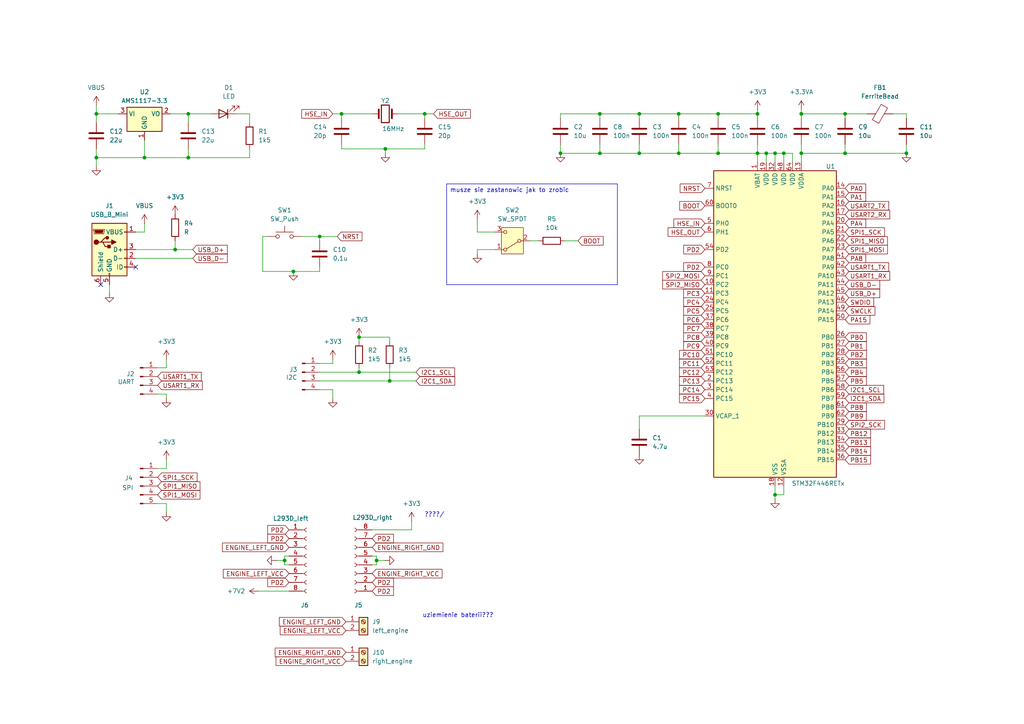
<source format=kicad_sch>
(kicad_sch (version 20231120) (generator "eeschema") (generator_version "8.0")
  (paper "A4")
  (lib_symbols
    (symbol "Connector:Conn_01x04_Pin" (pin_names (offset 1.016) hide)
      (property "Reference" "J" (at 0 5.08 0))
      (property "Value" "Conn_01x04_Pin" (at 0 -7.62 0))
      (symbol "Conn_01x04_Pin_1_1"
        (polyline (pts (xy 1.27 -5.08) (xy 0.8636 -5.08)) (stroke (width 0.1524)))
        (polyline (pts (xy 1.27 -2.54) (xy 0.8636 -2.54)) (stroke (width 0.1524)))
        (polyline (pts (xy 1.27 0) (xy 0.8636 0)) (stroke (width 0.1524)))
        (polyline (pts (xy 1.27 2.54) (xy 0.8636 2.54)) (stroke (width 0.1524)))
        (rectangle (start 0.8636 -4.953) (end 0 -5.207) (stroke (width 0.1524)) (fill (type outline)))
        (rectangle (start 0.8636 -2.413) (end 0 -2.667) (stroke (width 0.1524)) (fill (type outline)))
        (rectangle (start 0.8636 0.127) (end 0 -0.127) (stroke (width 0.1524)) (fill (type outline)))
        (rectangle (start 0.8636 2.667) (end 0 2.413) (stroke (width 0.1524)) (fill (type outline)))
        (pin passive line (at 5.08 2.54 180) (length 3.81) (name "Pin_1") (number "1"))
        (pin passive line (at 5.08 0 180) (length 3.81) (name "Pin_2") (number "2"))
        (pin passive line (at 5.08 -2.54 180) (length 3.81) (name "Pin_3") (number "3"))
        (pin passive line (at 5.08 -5.08 180) (length 3.81) (name "Pin_4") (number "4"))
      )
    )
    (symbol "Connector:Conn_01x05_Pin" (pin_names (offset 1.016) hide)
      (property "Reference" "J" (at 0 7.62 0))
      (property "Value" "Conn_01x05_Pin" (at 0 -7.62 0))
      (symbol "Conn_01x05_Pin_1_1"
        (polyline (pts (xy 1.27 -5.08) (xy 0.8636 -5.08)) (stroke (width 0.1524)))
        (polyline (pts (xy 1.27 -2.54) (xy 0.8636 -2.54)) (stroke (width 0.1524)))
        (polyline (pts (xy 1.27 0) (xy 0.8636 0)) (stroke (width 0.1524)))
        (polyline (pts (xy 1.27 2.54) (xy 0.8636 2.54)) (stroke (width 0.1524)))
        (polyline (pts (xy 1.27 5.08) (xy 0.8636 5.08)) (stroke (width 0.1524)))
        (rectangle (start 0.8636 -4.953) (end 0 -5.207) (stroke (width 0.1524)) (fill (type outline)))
        (rectangle (start 0.8636 -2.413) (end 0 -2.667) (stroke (width 0.1524)) (fill (type outline)))
        (rectangle (start 0.8636 0.127) (end 0 -0.127) (stroke (width 0.1524)) (fill (type outline)))
        (rectangle (start 0.8636 2.667) (end 0 2.413) (stroke (width 0.1524)) (fill (type outline)))
        (rectangle (start 0.8636 5.207) (end 0 4.953) (stroke (width 0.1524)) (fill (type outline)))
        (pin passive line (at 5.08 5.08 180) (length 3.81) (name "Pin_1") (number "1"))
        (pin passive line (at 5.08 2.54 180) (length 3.81) (name "Pin_2") (number "2"))
        (pin passive line (at 5.08 0 180) (length 3.81) (name "Pin_3") (number "3"))
        (pin passive line (at 5.08 -2.54 180) (length 3.81) (name "Pin_4") (number "4"))
        (pin passive line (at 5.08 -5.08 180) (length 3.81) (name "Pin_5") (number "5"))
      )
    )
    (symbol "Connector:Conn_01x08_Socket" (pin_names (offset 1.016) hide)
      (property "Reference" "J" (at 0 10.16 0))
      (property "Value" "Conn_01x08_Socket" (at 0 -12.7 0))
      (symbol "Conn_01x08_Socket_1_1"
        (arc (start 0 -9.652) (mid -0.5058 -10.16) (end 0 -10.668) (stroke (width 0.1524)))
        (arc (start 0 -7.112) (mid -0.5058 -7.62) (end 0 -8.128) (stroke (width 0.1524)))
        (arc (start 0 -4.572) (mid -0.5058 -5.08) (end 0 -5.588) (stroke (width 0.1524)))
        (arc (start 0 -2.032) (mid -0.5058 -2.54) (end 0 -3.048) (stroke (width 0.1524)))
        (polyline (pts (xy -1.27 -10.16) (xy -0.508 -10.16)) (stroke (width 0.1524)))
        (polyline (pts (xy -1.27 -7.62) (xy -0.508 -7.62)) (stroke (width 0.1524)))
        (polyline (pts (xy -1.27 -5.08) (xy -0.508 -5.08)) (stroke (width 0.1524)))
        (polyline (pts (xy -1.27 -2.54) (xy -0.508 -2.54)) (stroke (width 0.1524)))
        (polyline (pts (xy -1.27 0) (xy -0.508 0)) (stroke (width 0.1524)))
        (polyline (pts (xy -1.27 2.54) (xy -0.508 2.54)) (stroke (width 0.1524)))
        (polyline (pts (xy -1.27 5.08) (xy -0.508 5.08)) (stroke (width 0.1524)))
        (polyline (pts (xy -1.27 7.62) (xy -0.508 7.62)) (stroke (width 0.1524)))
        (arc (start 0 0.508) (mid -0.5058 0) (end 0 -0.508) (stroke (width 0.1524)))
        (arc (start 0 3.048) (mid -0.5058 2.54) (end 0 2.032) (stroke (width 0.1524)))
        (arc (start 0 5.588) (mid -0.5058 5.08) (end 0 4.572) (stroke (width 0.1524)))
        (arc (start 0 8.128) (mid -0.5058 7.62) (end 0 7.112) (stroke (width 0.1524)))
        (pin passive line (at -5.08 7.62 0) (length 3.81) (name "Pin_1") (number "1"))
        (pin passive line (at -5.08 5.08 0) (length 3.81) (name "Pin_2") (number "2"))
        (pin passive line (at -5.08 2.54 0) (length 3.81) (name "Pin_3") (number "3"))
        (pin passive line (at -5.08 0 0) (length 3.81) (name "Pin_4") (number "4"))
        (pin passive line (at -5.08 -2.54 0) (length 3.81) (name "Pin_5") (number "5"))
        (pin passive line (at -5.08 -5.08 0) (length 3.81) (name "Pin_6") (number "6"))
        (pin passive line (at -5.08 -7.62 0) (length 3.81) (name "Pin_7") (number "7"))
        (pin passive line (at -5.08 -10.16 0) (length 3.81) (name "Pin_8") (number "8"))
      )
    )
    (symbol "Connector:Screw_Terminal_01x02" (pin_names (offset 1.016) hide)
      (property "Reference" "J" (at 0 2.54 0))
      (property "Value" "Screw_Terminal_01x02" (at 0 -5.08 0))
      (symbol "Screw_Terminal_01x02_1_1"
        (rectangle (start -1.27 1.27) (end 1.27 -3.81) (stroke (width 0.254)) (fill (type background)))
        (circle (center 0 -2.54) (radius 0.635) (stroke (width 0.1524)))
        (polyline (pts (xy -0.5334 -2.2098) (xy 0.3302 -3.048)) (stroke (width 0.1524)))
        (polyline (pts (xy -0.5334 0.3302) (xy 0.3302 -0.508)) (stroke (width 0.1524)))
        (polyline (pts (xy -0.3556 -2.032) (xy 0.508 -2.8702)) (stroke (width 0.1524)))
        (polyline (pts (xy -0.3556 0.508) (xy 0.508 -0.3302)) (stroke (width 0.1524)))
        (circle (center 0 0) (radius 0.635) (stroke (width 0.1524)))
        (pin passive line (at -5.08 0 0) (length 3.81) (name "Pin_1") (number "1"))
        (pin passive line (at -5.08 -2.54 0) (length 3.81) (name "Pin_2") (number "2"))
      )
    )
    (symbol "Connector:USB_B_Mini" (pin_names (offset 1.016))
      (property "Reference" "J" (at -5.08 11.43 0))
      (property "Value" "USB_B_Mini" (at -5.08 8.89 0))
      (symbol "USB_B_Mini_0_1"
        (rectangle (start -5.08 -7.62) (end 5.08 7.62) (stroke (width 0.254)) (fill (type background)))
        (circle (center -3.81 2.159) (radius 0.635) (stroke (width 0.254)) (fill (type outline)))
        (circle (center -0.635 3.429) (radius 0.381) (stroke (width 0.254)) (fill (type outline)))
        (rectangle (start -0.127 -7.62) (end 0.127 -6.858))
        (polyline (pts (xy -1.905 2.159) (xy 0.635 2.159)) (stroke (width 0.254)))
        (polyline (pts (xy -3.175 2.159) (xy -2.54 2.159) (xy -1.27 3.429) (xy -0.635 3.429)) (stroke (width 0.254)))
        (polyline (pts (xy -2.54 2.159) (xy -1.905 2.159) (xy -1.27 0.889) (xy 0 0.889)) (stroke (width 0.254)))
        (polyline (pts (xy 0.635 2.794) (xy 0.635 1.524) (xy 1.905 2.159) (xy 0.635 2.794)) (stroke (width 0.254)) (fill (type outline)))
        (polyline (pts (xy -4.318 5.588) (xy -1.778 5.588) (xy -2.032 4.826) (xy -4.064 4.826) (xy -4.318 5.588)) (fill (type outline)))
        (polyline (pts (xy -4.699 5.842) (xy -4.699 5.588) (xy -4.445 4.826) (xy -4.445 4.572) (xy -1.651 4.572) (xy -1.651 4.826) (xy -1.397 5.588) (xy -1.397 5.842) (xy -4.699 5.842)))
        (rectangle (start 0.254 1.27) (end -0.508 0.508) (stroke (width 0.254)) (fill (type outline)))
        (rectangle (start 5.08 -5.207) (end 4.318 -4.953))
        (rectangle (start 5.08 -2.667) (end 4.318 -2.413))
        (rectangle (start 5.08 -0.127) (end 4.318 0.127))
        (rectangle (start 5.08 4.953) (end 4.318 5.207))
      )
      (symbol "USB_B_Mini_1_1"
        (pin power_out line (at 7.62 5.08 180) (length 2.54) (name "VBUS") (number "1"))
        (pin bidirectional line (at 7.62 -2.54 180) (length 2.54) (name "D-") (number "2"))
        (pin bidirectional line (at 7.62 0 180) (length 2.54) (name "D+") (number "3"))
        (pin passive line (at 7.62 -5.08 180) (length 2.54) (name "ID") (number "4"))
        (pin power_out line (at 0 -10.16 90) (length 2.54) (name "GND") (number "5"))
        (pin passive line (at -2.54 -10.16 90) (length 2.54) (name "Shield") (number "6"))
      )
    )
    (symbol "Device:C" (pin_numbers hide) (pin_names (offset 0.254))
      (property "Reference" "C" (at 0.635 2.54 0))
      (property "Value" "C" (at 0.635 -2.54 0))
      (symbol "C_0_1"
        (polyline (pts (xy -2.032 -0.762) (xy 2.032 -0.762)) (stroke (width 0.508)))
        (polyline (pts (xy -2.032 0.762) (xy 2.032 0.762)) (stroke (width 0.508)))
      )
      (symbol "C_1_1"
        (pin passive line (at 0 3.81 270) (length 2.794) (name "~") (number "1"))
        (pin passive line (at 0 -3.81 90) (length 2.794) (name "~") (number "2"))
      )
    )
    (symbol "Device:Crystal" (pin_numbers hide) (pin_names (offset 1.016) hide)
      (property "Reference" "Y" (at 0 3.81 0))
      (property "Value" "Crystal" (at 0 -3.81 0))
      (symbol "Crystal_0_1"
        (rectangle (start -1.143 2.54) (end 1.143 -2.54) (stroke (width 0.3048)))
        (polyline (pts (xy -2.54 0) (xy -1.905 0)))
        (polyline (pts (xy -1.905 -1.27) (xy -1.905 1.27)) (stroke (width 0.508)))
        (polyline (pts (xy 1.905 -1.27) (xy 1.905 1.27)) (stroke (width 0.508)))
        (polyline (pts (xy 2.54 0) (xy 1.905 0)))
      )
      (symbol "Crystal_1_1"
        (pin passive line (at -3.81 0 0) (length 1.27) (name "1") (number "1"))
        (pin passive line (at 3.81 0 180) (length 1.27) (name "2") (number "2"))
      )
    )
    (symbol "Device:FerriteBead" (pin_numbers hide) (pin_names (offset 0))
      (property "Reference" "FB" (at -3.81 0.635 90))
      (property "Value" "FerriteBead" (at 3.81 0 90))
      (symbol "FerriteBead_0_1"
        (polyline (pts (xy 0 -1.27) (xy 0 -1.2192)))
        (polyline (pts (xy 0 1.27) (xy 0 1.2954)))
        (polyline (pts (xy -2.7686 0.4064) (xy -1.7018 2.2606) (xy 2.7686 -0.3048) (xy 1.6764 -2.159) (xy -2.7686 0.4064)))
      )
      (symbol "FerriteBead_1_1"
        (pin passive line (at 0 3.81 270) (length 2.54) (name "~") (number "1"))
        (pin passive line (at 0 -3.81 90) (length 2.54) (name "~") (number "2"))
      )
    )
    (symbol "Device:LED" (pin_numbers hide) (pin_names (offset 1.016) hide)
      (property "Reference" "D" (at 0 2.54 0))
      (property "Value" "LED" (at 0 -2.54 0))
      (symbol "LED_0_1"
        (polyline (pts (xy -1.27 -1.27) (xy -1.27 1.27)) (stroke (width 0.254)))
        (polyline (pts (xy -1.27 0) (xy 1.27 0)))
        (polyline (pts (xy 1.27 -1.27) (xy 1.27 1.27) (xy -1.27 0) (xy 1.27 -1.27)) (stroke (width 0.254)))
        (polyline (pts (xy -3.048 -0.762) (xy -4.572 -2.286) (xy -3.81 -2.286) (xy -4.572 -2.286) (xy -4.572 -1.524)))
        (polyline (pts (xy -1.778 -0.762) (xy -3.302 -2.286) (xy -2.54 -2.286) (xy -3.302 -2.286) (xy -3.302 -1.524)))
      )
      (symbol "LED_1_1"
        (pin passive line (at -3.81 0 0) (length 2.54) (name "K") (number "1"))
        (pin passive line (at 3.81 0 180) (length 2.54) (name "A") (number "2"))
      )
    )
    (symbol "Device:R" (pin_numbers hide) (pin_names (offset 0))
      (property "Reference" "R" (at 2.032 0 90))
      (property "Value" "R" (at 0 0 90))
      (symbol "R_0_1"
        (rectangle (start -1.016 -2.54) (end 1.016 2.54) (stroke (width 0.254)))
      )
      (symbol "R_1_1"
        (pin passive line (at 0 3.81 270) (length 1.27) (name "~") (number "1"))
        (pin passive line (at 0 -3.81 90) (length 1.27) (name "~") (number "2"))
      )
    )
    (symbol "MCU_ST_STM32F4:STM32F446RETx"
      (property "Reference" "U" (at -17.78 46.99 0))
      (property "Value" "STM32F446RETx" (at 10.16 46.99 0))
      (symbol "STM32F446RETx_0_1"
        (rectangle (start -17.78 -43.18) (end 17.78 45.72) (stroke (width 0.254)) (fill (type background)))
      )
      (symbol "STM32F446RETx_1_1"
        (pin power_in line (at -5.08 48.26 270) (length 2.54) (name "VBAT") (number "1"))
        (pin bidirectional line (at -20.32 12.7 0) (length 2.54) (name "PC2") (number "10"))
        (pin bidirectional line (at -20.32 10.16 0) (length 2.54) (name "PC3") (number "11"))
        (pin power_in line (at 2.54 -45.72 90) (length 2.54) (name "VSSA") (number "12"))
        (pin power_in line (at 7.62 48.26 270) (length 2.54) (name "VDDA") (number "13"))
        (pin bidirectional line (at 20.32 40.64 180) (length 2.54) (name "PA0") (number "14"))
        (pin bidirectional line (at 20.32 38.1 180) (length 2.54) (name "PA1") (number "15"))
        (pin bidirectional line (at 20.32 35.56 180) (length 2.54) (name "PA2") (number "16"))
        (pin bidirectional line (at 20.32 33.02 180) (length 2.54) (name "PA3") (number "17"))
        (pin power_in line (at 0 -45.72 90) (length 2.54) (name "VSS") (number "18"))
        (pin power_in line (at -2.54 48.26 270) (length 2.54) (name "VDD") (number "19"))
        (pin bidirectional line (at -20.32 -15.24 0) (length 2.54) (name "PC13") (number "2"))
        (pin bidirectional line (at 20.32 30.48 180) (length 2.54) (name "PA4") (number "20"))
        (pin bidirectional line (at 20.32 27.94 180) (length 2.54) (name "PA5") (number "21"))
        (pin bidirectional line (at 20.32 25.4 180) (length 2.54) (name "PA6") (number "22"))
        (pin bidirectional line (at 20.32 22.86 180) (length 2.54) (name "PA7") (number "23"))
        (pin bidirectional line (at -20.32 7.62 0) (length 2.54) (name "PC4") (number "24"))
        (pin bidirectional line (at -20.32 5.08 0) (length 2.54) (name "PC5") (number "25"))
        (pin bidirectional line (at 20.32 -2.54 180) (length 2.54) (name "PB0") (number "26"))
        (pin bidirectional line (at 20.32 -5.08 180) (length 2.54) (name "PB1") (number "27"))
        (pin bidirectional line (at 20.32 -7.62 180) (length 2.54) (name "PB2") (number "28"))
        (pin bidirectional line (at 20.32 -27.94 180) (length 2.54) (name "PB10") (number "29"))
        (pin bidirectional line (at -20.32 -17.78 0) (length 2.54) (name "PC14") (number "3"))
        (pin power_out line (at -20.32 -25.4 0) (length 2.54) (name "VCAP_1") (number "30"))
        (pin passive line (at 0 -45.72 90) (length 2.54) hide (name "VSS") (number "31"))
        (pin power_in line (at 0 48.26 270) (length 2.54) (name "VDD") (number "32"))
        (pin bidirectional line (at 20.32 -30.48 180) (length 2.54) (name "PB12") (number "33"))
        (pin bidirectional line (at 20.32 -33.02 180) (length 2.54) (name "PB13") (number "34"))
        (pin bidirectional line (at 20.32 -35.56 180) (length 2.54) (name "PB14") (number "35"))
        (pin bidirectional line (at 20.32 -38.1 180) (length 2.54) (name "PB15") (number "36"))
        (pin bidirectional line (at -20.32 2.54 0) (length 2.54) (name "PC6") (number "37"))
        (pin bidirectional line (at -20.32 0 0) (length 2.54) (name "PC7") (number "38"))
        (pin bidirectional line (at -20.32 -2.54 0) (length 2.54) (name "PC8") (number "39"))
        (pin bidirectional line (at -20.32 -20.32 0) (length 2.54) (name "PC15") (number "4"))
        (pin bidirectional line (at -20.32 -5.08 0) (length 2.54) (name "PC9") (number "40"))
        (pin bidirectional line (at 20.32 20.32 180) (length 2.54) (name "PA8") (number "41"))
        (pin bidirectional line (at 20.32 17.78 180) (length 2.54) (name "PA9") (number "42"))
        (pin bidirectional line (at 20.32 15.24 180) (length 2.54) (name "PA10") (number "43"))
        (pin bidirectional line (at 20.32 12.7 180) (length 2.54) (name "PA11") (number "44"))
        (pin bidirectional line (at 20.32 10.16 180) (length 2.54) (name "PA12") (number "45"))
        (pin bidirectional line (at 20.32 7.62 180) (length 2.54) (name "PA13") (number "46"))
        (pin passive line (at 0 -45.72 90) (length 2.54) hide (name "VSS") (number "47"))
        (pin power_in line (at 2.54 48.26 270) (length 2.54) (name "VDD") (number "48"))
        (pin bidirectional line (at 20.32 5.08 180) (length 2.54) (name "PA14") (number "49"))
        (pin bidirectional line (at -20.32 30.48 0) (length 2.54) (name "PH0") (number "5"))
        (pin bidirectional line (at 20.32 2.54 180) (length 2.54) (name "PA15") (number "50"))
        (pin bidirectional line (at -20.32 -7.62 0) (length 2.54) (name "PC10") (number "51"))
        (pin bidirectional line (at -20.32 -10.16 0) (length 2.54) (name "PC11") (number "52"))
        (pin bidirectional line (at -20.32 -12.7 0) (length 2.54) (name "PC12") (number "53"))
        (pin bidirectional line (at -20.32 22.86 0) (length 2.54) (name "PD2") (number "54"))
        (pin bidirectional line (at 20.32 -10.16 180) (length 2.54) (name "PB3") (number "55"))
        (pin bidirectional line (at 20.32 -12.7 180) (length 2.54) (name "PB4") (number "56"))
        (pin bidirectional line (at 20.32 -15.24 180) (length 2.54) (name "PB5") (number "57"))
        (pin bidirectional line (at 20.32 -17.78 180) (length 2.54) (name "PB6") (number "58"))
        (pin bidirectional line (at 20.32 -20.32 180) (length 2.54) (name "PB7") (number "59"))
        (pin bidirectional line (at -20.32 27.94 0) (length 2.54) (name "PH1") (number "6"))
        (pin input line (at -20.32 35.56 0) (length 2.54) (name "BOOT0") (number "60"))
        (pin bidirectional line (at 20.32 -22.86 180) (length 2.54) (name "PB8") (number "61"))
        (pin bidirectional line (at 20.32 -25.4 180) (length 2.54) (name "PB9") (number "62"))
        (pin passive line (at 0 -45.72 90) (length 2.54) hide (name "VSS") (number "63"))
        (pin power_in line (at 5.08 48.26 270) (length 2.54) (name "VDD") (number "64"))
        (pin input line (at -20.32 40.64 0) (length 2.54) (name "NRST") (number "7"))
        (pin bidirectional line (at -20.32 17.78 0) (length 2.54) (name "PC0") (number "8"))
        (pin bidirectional line (at -20.32 15.24 0) (length 2.54) (name "PC1") (number "9"))
      )
    )
    (symbol "Regulator_Linear:AMS1117-3.3"
      (property "Reference" "U" (at -3.81 3.175 0))
      (property "Value" "AMS1117-3.3" (at 0 3.175 0))
      (symbol "AMS1117-3.3_0_1"
        (rectangle (start -5.08 -5.08) (end 5.08 1.905) (stroke (width 0.254)) (fill (type background)))
      )
      (symbol "AMS1117-3.3_1_1"
        (pin power_in line (at 0 -7.62 90) (length 2.54) (name "GND") (number "1"))
        (pin power_out line (at 7.62 0 180) (length 2.54) (name "VO") (number "2"))
        (pin power_in line (at -7.62 0 0) (length 2.54) (name "VI") (number "3"))
      )
    )
    (symbol "Switch:SW_Push" (pin_numbers hide) (pin_names (offset 1.016) hide)
      (property "Reference" "SW" (at 1.27 2.54 0))
      (property "Value" "SW_Push" (at 0 -1.524 0))
      (symbol "SW_Push_0_1"
        (circle (center -2.032 0) (radius 0.508))
        (polyline (pts (xy 0 1.27) (xy 0 3.048)))
        (polyline (pts (xy 2.54 1.27) (xy -2.54 1.27)))
        (circle (center 2.032 0) (radius 0.508))
        (pin passive line (at -5.08 0 0) (length 2.54) (name "1") (number "1"))
        (pin passive line (at 5.08 0 180) (length 2.54) (name "2") (number "2"))
      )
    )
    (symbol "Switch:SW_SPDT" (pin_names (offset 0) hide)
      (property "Reference" "SW" (at 0 5.08 0))
      (property "Value" "SW_SPDT" (at 0 -5.08 0))
      (symbol "SW_SPDT_0_1"
        (circle (center -2.032 0) (radius 0.4572))
        (polyline (pts (xy -1.651 0.254) (xy 1.651 2.286)))
        (circle (center 2.032 -2.54) (radius 0.4572))
        (circle (center 2.032 2.54) (radius 0.4572))
      )
      (symbol "SW_SPDT_1_1"
        (rectangle (start -3.175 3.81) (end 3.175 -3.81) (fill (type background)))
        (pin passive line (at 5.08 2.54 180) (length 2.54) (name "A") (number "1"))
        (pin passive line (at -5.08 0 0) (length 2.54) (name "B") (number "2"))
        (pin passive line (at 5.08 -2.54 180) (length 2.54) (name "C") (number "3"))
      )
    )
    (symbol "power:GND" (power) (pin_numbers hide) (pin_names (offset 0) hide)
      (property "Value" "GND" (at 0 -3.81 0))
      (symbol "GND_0_1"
        (polyline (pts (xy 0 0) (xy 0 -1.27) (xy 1.27 -1.27) (xy 0 -2.54) (xy -1.27 -1.27) (xy 0 -1.27)))
      )
      (symbol "GND_1_1"
        (pin power_in line (at 0 0 270) (length 0) (name "~") (number "1"))
      )
    )
    (symbol "power:VBUS" (power) (pin_numbers hide) (pin_names (offset 0) hide)
      (property "Value" "VBUS" (at 0 3.556 0))
      (symbol "VBUS_0_1"
        (polyline (pts (xy -0.762 1.27) (xy 0 2.54)))
        (polyline (pts (xy 0 0) (xy 0 2.54)))
        (polyline (pts (xy 0 2.54) (xy 0.762 1.27)))
      )
      (symbol "VBUS_1_1"
        (pin power_in line (at 0 0 90) (length 0) (name "~") (number "1"))
      )
    )
    (symbol "power:VDD" (power) (pin_numbers hide) (pin_names (offset 0) hide)
      (property "Value" "VDD" (at 0 3.556 0))
      (symbol "VDD_0_1"
        (polyline (pts (xy -0.762 1.27) (xy 0 2.54)))
        (polyline (pts (xy 0 0) (xy 0 2.54)))
        (polyline (pts (xy 0 2.54) (xy 0.762 1.27)))
      )
      (symbol "VDD_1_1"
        (pin power_in line (at 0 0 90) (length 0) (name "~") (number "1"))
      )
    )
  )
  (junction (at 54.61 33.02))
  (junction (at 262.89 44.45))
  (junction (at 27.94 33.02))
  (junction (at 224.79 44.45))
  (junction (at 196.85 33.02))
  (junction (at 41.91 45.72))
  (junction (at 92.71 68.58))
  (junction (at 99.06 33.02))
  (junction (at 208.28 33.02))
  (junction (at 185.42 44.45))
  (junction (at 104.14 97.79))
  (junction (at 82.55 162.56))
  (junction (at 232.41 44.45))
  (junction (at 111.76 43.18))
  (junction (at 104.14 107.95))
  (junction (at 208.28 44.45))
  (junction (at 173.99 33.02))
  (junction (at 54.61 45.72))
  (junction (at 27.94 45.72))
  (junction (at 50.8 72.39))
  (junction (at 185.42 33.02))
  (junction (at 245.11 33.02))
  (junction (at 85.09 78.74))
  (junction (at 173.99 44.45))
  (junction (at 224.79 143.51))
  (junction (at 162.56 44.45))
  (junction (at 245.11 44.45))
  (junction (at 109.22 162.56))
  (junction (at 123.19 33.02))
  (junction (at 232.41 33.02))
  (junction (at 227.33 44.45))
  (junction (at 222.25 44.45))
  (junction (at 219.71 44.45))
  (junction (at 196.85 44.45))
  (junction (at 113.03 110.49))
  (junction (at 219.71 33.02))
  (no_connect (at 39.37 77.47))
  (no_connect (at 29.21 82.55))
  (wire (pts (xy 109.22 162.56) (xy 109.22 163.83)))
  (wire (pts (xy 224.79 140.97) (xy 224.79 143.51)))
  (wire (pts (xy 107.95 153.67) (xy 119.38 153.67)))
  (wire (pts (xy 48.26 146.05) (xy 48.26 148.59)))
  (wire (pts (xy 232.41 33.02) (xy 232.41 34.29)))
  (wire (pts (xy 39.37 67.31) (xy 41.91 67.31)))
  (wire (pts (xy 111.76 43.18) (xy 111.76 44.45)))
  (wire (pts (xy 259.08 33.02) (xy 262.89 33.02)))
  (wire (pts (xy 185.42 120.65) (xy 185.42 124.46)))
  (wire (pts (xy 50.8 72.39) (xy 39.37 72.39)))
  (wire (pts (xy 113.03 110.49) (xy 120.65 110.49)))
  (wire (pts (xy 208.28 41.91) (xy 208.28 44.45)))
  (wire (pts (xy 27.94 45.72) (xy 27.94 48.26)))
  (wire (pts (xy 245.11 33.02) (xy 251.46 33.02)))
  (wire (pts (xy 232.41 33.02) (xy 245.11 33.02)))
  (wire (pts (xy 153.67 69.85) (xy 156.21 69.85)))
  (wire (pts (xy 262.89 33.02) (xy 262.89 34.29)))
  (wire (pts (xy 92.71 68.58) (xy 92.71 69.85)))
  (wire (pts (xy 85.09 78.74) (xy 76.2 78.74)))
  (wire (pts (xy 185.42 33.02) (xy 185.42 34.29)))
  (wire (pts (xy 80.01 162.56) (xy 82.55 162.56)))
  (wire (pts (xy 87.63 68.58) (xy 92.71 68.58)))
  (wire (pts (xy 27.94 45.72) (xy 27.94 43.18)))
  (wire (pts (xy 138.43 63.5) (xy 138.43 67.31)))
  (wire (pts (xy 115.57 33.02) (xy 123.19 33.02)))
  (wire (pts (xy 232.41 41.91) (xy 232.41 44.45)))
  (wire (pts (xy 48.26 114.3) (xy 48.26 115.57)))
  (wire (pts (xy 96.52 105.41) (xy 96.52 104.14)))
  (wire (pts (xy 208.28 33.02) (xy 208.28 34.29)))
  (wire (pts (xy 92.71 77.47) (xy 92.71 78.74)))
  (wire (pts (xy 173.99 33.02) (xy 185.42 33.02)))
  (wire (pts (xy 92.71 78.74) (xy 85.09 78.74)))
  (wire (pts (xy 104.14 106.68) (xy 104.14 107.95)))
  (wire (pts (xy 245.11 44.45) (xy 262.89 44.45)))
  (wire (pts (xy 208.28 33.02) (xy 219.71 33.02)))
  (wire (pts (xy 222.25 44.45) (xy 222.25 46.99)))
  (wire (pts (xy 72.39 33.02) (xy 72.39 35.56)))
  (wire (pts (xy 83.82 161.29) (xy 82.55 161.29)))
  (wire (pts (xy 229.87 44.45) (xy 229.87 46.99)))
  (wire (pts (xy 96.52 33.02) (xy 99.06 33.02)))
  (wire (pts (xy 104.14 107.95) (xy 120.65 107.95)))
  (wire (pts (xy 27.94 33.02) (xy 27.94 35.56)))
  (wire (pts (xy 162.56 33.02) (xy 162.56 34.29)))
  (wire (pts (xy 54.61 33.02) (xy 60.96 33.02)))
  (wire (pts (xy 113.03 106.68) (xy 113.03 110.49)))
  (wire (pts (xy 74.93 171.45) (xy 83.82 171.45)))
  (wire (pts (xy 245.11 44.45) (xy 245.11 41.91)))
  (wire (pts (xy 162.56 44.45) (xy 173.99 44.45)))
  (wire (pts (xy 92.71 113.03) (xy 96.52 113.03)))
  (wire (pts (xy 185.42 44.45) (xy 196.85 44.45)))
  (wire (pts (xy 219.71 44.45) (xy 222.25 44.45)))
  (wire (pts (xy 92.71 68.58) (xy 97.79 68.58)))
  (wire (pts (xy 245.11 34.29) (xy 245.11 33.02)))
  (wire (pts (xy 224.79 44.45) (xy 224.79 46.99)))
  (wire (pts (xy 45.72 135.89) (xy 48.26 135.89)))
  (wire (pts (xy 162.56 33.02) (xy 173.99 33.02)))
  (wire (pts (xy 219.71 31.75) (xy 219.71 33.02)))
  (wire (pts (xy 92.71 107.95) (xy 104.14 107.95)))
  (wire (pts (xy 138.43 73.66) (xy 138.43 72.39)))
  (wire (pts (xy 196.85 33.02) (xy 196.85 34.29)))
  (wire (pts (xy 227.33 143.51) (xy 224.79 143.51)))
  (wire (pts (xy 48.26 135.89) (xy 48.26 133.35)))
  (wire (pts (xy 123.19 43.18) (xy 111.76 43.18)))
  (wire (pts (xy 232.41 44.45) (xy 245.11 44.45)))
  (wire (pts (xy 82.55 163.83) (xy 83.82 163.83)))
  (wire (pts (xy 41.91 40.64) (xy 41.91 45.72)))
  (wire (pts (xy 96.52 113.03) (xy 96.52 115.57)))
  (wire (pts (xy 109.22 163.83) (xy 107.95 163.83)))
  (wire (pts (xy 123.19 41.91) (xy 123.19 43.18)))
  (wire (pts (xy 109.22 162.56) (xy 111.76 162.56)))
  (wire (pts (xy 113.03 97.79) (xy 113.03 99.06)))
  (wire (pts (xy 54.61 45.72) (xy 41.91 45.72)))
  (wire (pts (xy 31.75 82.55) (xy 31.75 85.09)))
  (wire (pts (xy 99.06 33.02) (xy 99.06 34.29)))
  (wire (pts (xy 45.72 146.05) (xy 48.26 146.05)))
  (wire (pts (xy 48.26 106.68) (xy 45.72 106.68)))
  (wire (pts (xy 224.79 44.45) (xy 227.33 44.45)))
  (wire (pts (xy 219.71 44.45) (xy 219.71 46.99)))
  (wire (pts (xy 99.06 43.18) (xy 99.06 41.91)))
  (wire (pts (xy 55.88 72.39) (xy 50.8 72.39)))
  (wire (pts (xy 76.2 78.74) (xy 76.2 68.58)))
  (wire (pts (xy 45.72 114.3) (xy 48.26 114.3)))
  (wire (pts (xy 68.58 33.02) (xy 72.39 33.02)))
  (wire (pts (xy 262.89 44.45) (xy 262.89 41.91)))
  (wire (pts (xy 138.43 67.31) (xy 143.51 67.31)))
  (wire (pts (xy 107.95 161.29) (xy 109.22 161.29)))
  (wire (pts (xy 104.14 97.79) (xy 113.03 97.79)))
  (wire (pts (xy 138.43 72.39) (xy 143.51 72.39)))
  (wire (pts (xy 72.39 43.18) (xy 72.39 45.72)))
  (wire (pts (xy 50.8 69.85) (xy 50.8 72.39)))
  (wire (pts (xy 99.06 43.18) (xy 111.76 43.18)))
  (wire (pts (xy 232.41 44.45) (xy 232.41 46.99)))
  (wire (pts (xy 204.47 120.65) (xy 185.42 120.65)))
  (wire (pts (xy 99.06 33.02) (xy 107.95 33.02)))
  (wire (pts (xy 49.53 33.02) (xy 54.61 33.02)))
  (wire (pts (xy 224.79 143.51) (xy 224.79 144.78)))
  (wire (pts (xy 54.61 33.02) (xy 54.61 35.56)))
  (wire (pts (xy 48.26 104.14) (xy 48.26 106.68)))
  (wire (pts (xy 41.91 67.31) (xy 41.91 64.77)))
  (wire (pts (xy 219.71 33.02) (xy 219.71 34.29)))
  (wire (pts (xy 185.42 41.91) (xy 185.42 44.45)))
  (wire (pts (xy 104.14 97.79) (xy 104.14 99.06)))
  (wire (pts (xy 227.33 44.45) (xy 229.87 44.45)))
  (wire (pts (xy 54.61 45.72) (xy 54.61 43.18)))
  (wire (pts (xy 162.56 41.91) (xy 162.56 44.45)))
  (wire (pts (xy 196.85 44.45) (xy 208.28 44.45)))
  (wire (pts (xy 227.33 44.45) (xy 227.33 46.99)))
  (wire (pts (xy 27.94 30.48) (xy 27.94 33.02)))
  (wire (pts (xy 222.25 44.45) (xy 224.79 44.45)))
  (wire (pts (xy 196.85 33.02) (xy 208.28 33.02)))
  (wire (pts (xy 173.99 41.91) (xy 173.99 44.45)))
  (wire (pts (xy 27.94 33.02) (xy 34.29 33.02)))
  (wire (pts (xy 232.41 31.75) (xy 232.41 33.02)))
  (wire (pts (xy 185.42 33.02) (xy 196.85 33.02)))
  (wire (pts (xy 173.99 33.02) (xy 173.99 34.29)))
  (wire (pts (xy 227.33 140.97) (xy 227.33 143.51)))
  (wire (pts (xy 123.19 33.02) (xy 123.19 34.29)))
  (wire (pts (xy 109.22 161.29) (xy 109.22 162.56)))
  (wire (pts (xy 208.28 44.45) (xy 219.71 44.45)))
  (wire (pts (xy 125.73 33.02) (xy 123.19 33.02)))
  (wire (pts (xy 163.83 69.85) (xy 167.64 69.85)))
  (wire (pts (xy 219.71 41.91) (xy 219.71 44.45)))
  (wire (pts (xy 39.37 74.93) (xy 55.88 74.93)))
  (wire (pts (xy 173.99 44.45) (xy 185.42 44.45)))
  (wire (pts (xy 196.85 41.91) (xy 196.85 44.45)))
  (wire (pts (xy 119.38 151.13) (xy 119.38 153.67)))
  (wire (pts (xy 82.55 162.56) (xy 82.55 163.83)))
  (wire (pts (xy 82.55 161.29) (xy 82.55 162.56)))
  (wire (pts (xy 76.2 68.58) (xy 77.47 68.58)))
  (wire (pts (xy 72.39 45.72) (xy 54.61 45.72)))
  (wire (pts (xy 92.71 105.41) (xy 96.52 105.41)))
  (wire (pts (xy 41.91 45.72) (xy 27.94 45.72)))
  (wire (pts (xy 92.71 110.49) (xy 113.03 110.49)))
  (text_box "musze sie zastanowic jak to zrobic" (at 129.54 53.34 0) (size 49.53 29.21) (effects (font (size 1.27 1.27)) (justify left top)))
  (text "uziemienie baterii???" (at 132.842 178.562 0) (effects (font (size 1.27 1.27))))
  (text "????/ " (at 126.492 149.352 0) (effects (font (size 1.27 1.27))))
  (global_label "PD2" (shape input) (at 107.95 171.45 0) (property "Intersheetrefs" "${INTERSHEET_REFS}" (effects (hide yes))))
  (global_label "PB3" (shape input) (at 245.11 105.41 0) (property "Intersheetrefs" "${INTERSHEET_REFS}" (effects (hide yes))))
  (global_label "PB15" (shape input) (at 245.11 133.35 0) (property "Intersheetrefs" "${INTERSHEET_REFS}" (effects (hide yes))))
  (global_label "USART1_TX" (shape input) (at 245.11 77.47 0) (property "Intersheetrefs" "${INTERSHEET_REFS}" (effects (hide yes))))
  (global_label "PD2" (shape input) (at 204.47 77.47 180) (property "Intersheetrefs" "${INTERSHEET_REFS}" (effects (hide yes))))
  (global_label "PD2" (shape input) (at 83.82 168.91 180) (property "Intersheetrefs" "${INTERSHEET_REFS}" (effects (hide yes))))
  (global_label "BOOT" (shape input) (at 204.47 59.69 180) (property "Intersheetrefs" "${INTERSHEET_REFS}" (effects (hide yes))))
  (global_label "NRST" (shape input) (at 97.79 68.58 0) (property "Intersheetrefs" "${INTERSHEET_REFS}" (effects (hide yes))))
  (global_label "ENGINE_RIGHT_GND" (shape input) (at 100.33 189.23 180) (property "Intersheetrefs" "${INTERSHEET_REFS}" (effects (hide yes))))
  (global_label "PC11" (shape input) (at 204.47 105.41 180) (property "Intersheetrefs" "${INTERSHEET_REFS}" (effects (hide yes))))
  (global_label "PC4" (shape input) (at 204.47 87.63 180) (property "Intersheetrefs" "${INTERSHEET_REFS}" (effects (hide yes))))
  (global_label "PD2" (shape input) (at 204.47 72.39 180) (property "Intersheetrefs" "${INTERSHEET_REFS}" (effects (hide yes))))
  (global_label "BOOT" (shape input) (at 167.64 69.85 0) (property "Intersheetrefs" "${INTERSHEET_REFS}" (effects (hide yes))))
  (global_label "PC12" (shape input) (at 204.47 107.95 180) (property "Intersheetrefs" "${INTERSHEET_REFS}" (effects (hide yes))))
  (global_label "PA1" (shape input) (at 245.11 57.15 0) (property "Intersheetrefs" "${INTERSHEET_REFS}" (effects (hide yes))))
  (global_label "SWCLK" (shape input) (at 245.11 90.17 0) (property "Intersheetrefs" "${INTERSHEET_REFS}" (effects (hide yes))))
  (global_label "PC8" (shape input) (at 204.47 97.79 180) (property "Intersheetrefs" "${INTERSHEET_REFS}" (effects (hide yes))))
  (global_label "PD2" (shape input) (at 83.82 156.21 180) (property "Intersheetrefs" "${INTERSHEET_REFS}" (effects (hide yes))))
  (global_label "USART2_TX" (shape input) (at 245.11 59.69 0) (property "Intersheetrefs" "${INTERSHEET_REFS}" (effects (hide yes))))
  (global_label "SPI1_MOSI" (shape input) (at 245.11 72.39 0) (property "Intersheetrefs" "${INTERSHEET_REFS}" (effects (hide yes))))
  (global_label "SWDIO" (shape input) (at 245.11 87.63 0) (property "Intersheetrefs" "${INTERSHEET_REFS}" (effects (hide yes))))
  (global_label "PA8" (shape input) (at 245.11 74.93 0) (property "Intersheetrefs" "${INTERSHEET_REFS}" (effects (hide yes))))
  (global_label "SPI1_SCK" (shape input) (at 45.72 138.43 0) (property "Intersheetrefs" "${INTERSHEET_REFS}" (effects (hide yes))))
  (global_label "PC7" (shape input) (at 204.47 95.25 180) (property "Intersheetrefs" "${INTERSHEET_REFS}" (effects (hide yes))))
  (global_label "USB_D+" (shape input) (at 245.11 85.09 0) (property "Intersheetrefs" "${INTERSHEET_REFS}" (effects (hide yes))))
  (global_label "NRST" (shape input) (at 204.47 54.61 180) (property "Intersheetrefs" "${INTERSHEET_REFS}" (effects (hide yes))))
  (global_label "PD2" (shape input) (at 107.95 156.21 0) (property "Intersheetrefs" "${INTERSHEET_REFS}" (effects (hide yes))))
  (global_label "HSE_IN" (shape input) (at 204.47 64.77 180) (property "Intersheetrefs" "${INTERSHEET_REFS}" (effects (hide yes))))
  (global_label "USART1_RX" (shape input) (at 45.72 111.76 0) (property "Intersheetrefs" "${INTERSHEET_REFS}" (effects (hide yes))))
  (global_label "USB_D+" (shape input) (at 55.88 72.39 0) (property "Intersheetrefs" "${INTERSHEET_REFS}" (effects (hide yes))))
  (global_label "SPI1_MISO" (shape input) (at 45.72 140.97 0) (property "Intersheetrefs" "${INTERSHEET_REFS}" (effects (hide yes))))
  (global_label "PB13" (shape input) (at 245.11 128.27 0) (property "Intersheetrefs" "${INTERSHEET_REFS}" (effects (hide yes))))
  (global_label "USART1_TX" (shape input) (at 45.72 109.22 0) (property "Intersheetrefs" "${INTERSHEET_REFS}" (effects (hide yes))))
  (global_label "SPI1_MOSI" (shape input) (at 45.72 143.51 0) (property "Intersheetrefs" "${INTERSHEET_REFS}" (effects (hide yes))))
  (global_label "USART1_RX" (shape input) (at 245.11 80.01 0) (property "Intersheetrefs" "${INTERSHEET_REFS}" (effects (hide yes))))
  (global_label "PC9" (shape input) (at 204.47 100.33 180) (property "Intersheetrefs" "${INTERSHEET_REFS}" (effects (hide yes))))
  (global_label "HSE_OUT" (shape input) (at 204.47 67.31 180) (property "Intersheetrefs" "${INTERSHEET_REFS}" (effects (hide yes))))
  (global_label "ENGINE_LEFT_VCC" (shape input) (at 83.82 166.37 180) (property "Intersheetrefs" "${INTERSHEET_REFS}" (effects (hide yes))))
  (global_label "PB14" (shape input) (at 245.11 130.81 0) (property "Intersheetrefs" "${INTERSHEET_REFS}" (effects (hide yes))))
  (global_label "PC5" (shape input) (at 204.47 90.17 180) (property "Intersheetrefs" "${INTERSHEET_REFS}" (effects (hide yes))))
  (global_label "PB1" (shape input) (at 245.11 100.33 0) (property "Intersheetrefs" "${INTERSHEET_REFS}" (effects (hide yes))))
  (global_label "PC14" (shape input) (at 204.47 113.03 180) (property "Intersheetrefs" "${INTERSHEET_REFS}" (effects (hide yes))))
  (global_label "ENGINE_RIGHT_VCC" (shape input) (at 100.33 191.77 180) (property "Intersheetrefs" "${INTERSHEET_REFS}" (effects (hide yes))))
  (global_label "PB8" (shape input) (at 245.11 118.11 0) (property "Intersheetrefs" "${INTERSHEET_REFS}" (effects (hide yes))))
  (global_label "PC13" (shape input) (at 204.47 110.49 180) (property "Intersheetrefs" "${INTERSHEET_REFS}" (effects (hide yes))))
  (global_label "SPI2_MISO" (shape input) (at 204.47 82.55 180) (property "Intersheetrefs" "${INTERSHEET_REFS}" (effects (hide yes))))
  (global_label "USB_D-" (shape input) (at 55.88 74.93 0) (property "Intersheetrefs" "${INTERSHEET_REFS}" (effects (hide yes))))
  (global_label "SPI1_SCK" (shape input) (at 245.11 67.31 0) (property "Intersheetrefs" "${INTERSHEET_REFS}" (effects (hide yes))))
  (global_label "ENGINE_RIGHT_VCC" (shape input) (at 107.95 166.37 0) (property "Intersheetrefs" "${INTERSHEET_REFS}" (effects (hide yes))))
  (global_label "PC10" (shape input) (at 204.47 102.87 180) (property "Intersheetrefs" "${INTERSHEET_REFS}" (effects (hide yes))))
  (global_label "I2C1_SDA" (shape input) (at 245.11 115.57 0) (property "Intersheetrefs" "${INTERSHEET_REFS}" (effects (hide yes))))
  (global_label "SPI2_SCK" (shape input) (at 245.11 123.19 0) (property "Intersheetrefs" "${INTERSHEET_REFS}" (effects (hide yes))))
  (global_label "USB_D-" (shape input) (at 245.11 82.55 0) (property "Intersheetrefs" "${INTERSHEET_REFS}" (effects (hide yes))))
  (global_label "PB2" (shape input) (at 245.11 102.87 0) (property "Intersheetrefs" "${INTERSHEET_REFS}" (effects (hide yes))))
  (global_label "PC15" (shape input) (at 204.47 115.57 180) (property "Intersheetrefs" "${INTERSHEET_REFS}" (effects (hide yes))))
  (global_label "SPI2_MOSI" (shape input) (at 204.47 80.01 180) (property "Intersheetrefs" "${INTERSHEET_REFS}" (effects (hide yes))))
  (global_label "I2C1_SCL" (shape input) (at 245.11 113.03 0) (property "Intersheetrefs" "${INTERSHEET_REFS}" (effects (hide yes))))
  (global_label "PA0" (shape input) (at 245.11 54.61 0) (property "Intersheetrefs" "${INTERSHEET_REFS}" (effects (hide yes))))
  (global_label "I2C1_SCL" (shape input) (at 120.65 107.95 0) (property "Intersheetrefs" "${INTERSHEET_REFS}" (effects (hide yes))))
  (global_label "PB0" (shape input) (at 245.11 97.79 0) (property "Intersheetrefs" "${INTERSHEET_REFS}" (effects (hide yes))))
  (global_label "ENGINE_LEFT_GND" (shape input) (at 100.33 180.34 180) (property "Intersheetrefs" "${INTERSHEET_REFS}" (effects (hide yes))))
  (global_label "PB5" (shape input) (at 245.11 110.49 0) (property "Intersheetrefs" "${INTERSHEET_REFS}" (effects (hide yes))))
  (global_label "PB12" (shape input) (at 245.11 125.73 0) (property "Intersheetrefs" "${INTERSHEET_REFS}" (effects (hide yes))))
  (global_label "PA4" (shape input) (at 245.11 64.77 0) (property "Intersheetrefs" "${INTERSHEET_REFS}" (effects (hide yes))))
  (global_label "PC6" (shape input) (at 204.47 92.71 180) (property "Intersheetrefs" "${INTERSHEET_REFS}" (effects (hide yes))))
  (global_label "PA15" (shape input) (at 245.11 92.71 0) (property "Intersheetrefs" "${INTERSHEET_REFS}" (effects (hide yes))))
  (global_label "I2C1_SDA" (shape input) (at 120.65 110.49 0) (property "Intersheetrefs" "${INTERSHEET_REFS}" (effects (hide yes))))
  (global_label "HSE_IN" (shape input) (at 96.52 33.02 180) (property "Intersheetrefs" "${INTERSHEET_REFS}" (effects (hide yes))))
  (global_label "ENGINE_LEFT_VCC" (shape input) (at 100.33 182.88 180) (property "Intersheetrefs" "${INTERSHEET_REFS}" (effects (hide yes))))
  (global_label "USART2_RX" (shape input) (at 245.11 62.23 0) (property "Intersheetrefs" "${INTERSHEET_REFS}" (effects (hide yes))))
  (global_label "HSE_OUT" (shape input) (at 125.73 33.02 0) (property "Intersheetrefs" "${INTERSHEET_REFS}" (effects (hide yes))))
  (global_label "PD2" (shape input) (at 107.95 168.91 0) (property "Intersheetrefs" "${INTERSHEET_REFS}" (effects (hide yes))))
  (global_label "PD2" (shape input) (at 83.82 153.67 180) (property "Intersheetrefs" "${INTERSHEET_REFS}" (effects (hide yes))))
  (global_label "PB4" (shape input) (at 245.11 107.95 0) (property "Intersheetrefs" "${INTERSHEET_REFS}" (effects (hide yes))))
  (global_label "ENGINE_RIGHT_GND" (shape input) (at 107.95 158.75 0) (property "Intersheetrefs" "${INTERSHEET_REFS}" (effects (hide yes))))
  (global_label "PB9" (shape input) (at 245.11 120.65 0) (property "Intersheetrefs" "${INTERSHEET_REFS}" (effects (hide yes))))
  (global_label "SPI1_MISO" (shape input) (at 245.11 69.85 0) (property "Intersheetrefs" "${INTERSHEET_REFS}" (effects (hide yes))))
  (global_label "PC3" (shape input) (at 204.47 85.09 180) (property "Intersheetrefs" "${INTERSHEET_REFS}" (effects (hide yes))))
  (global_label "ENGINE_LEFT_GND" (shape input) (at 83.82 158.75 180) (property "Intersheetrefs" "${INTERSHEET_REFS}" (effects (hide yes))))
  (symbol (lib_id "Switch:SW_SPDT") (at 148.59 69.85 180) (unit 1)
    (property "Reference" "SW2" (at 148.59 60.96 0))
    (property "Value" "SW_SPDT" (at 148.59 63.5 0))
    (property "Description" "Switch, single pole double throw" (effects (hide yes)))
  )
  (symbol (lib_id "Device:C") (at 54.61 39.37 0) (unit 1)
    (property "Reference" "C13" (at 58.42 38.0999 0) (effects (justify left)))
    (property "Value" "22u" (at 58.42 40.6399 0) (effects (justify left)))
    (property "Description" "Unpolarized capacitor" (effects (hide yes)))
  )
  (symbol (lib_id "Device:R") (at 160.02 69.85 90) (unit 1)
    (property "Reference" "R5" (at 160.02 63.5 90))
    (property "Value" "10k" (at 160.02 66.04 90))
    (property "Description" "Resistor" (effects (hide yes)))
  )
  (symbol (lib_id "Device:C") (at 92.71 73.66 0) (unit 1)
    (property "Reference" "C10" (at 96.52 72.3899 0) (effects (justify left)))
    (property "Value" "0.1u" (at 96.52 74.9299 0) (effects (justify left)))
    (property "Description" "Unpolarized capacitor" (effects (hide yes)))
  )
  (symbol (lib_id "power:VDD") (at 104.14 97.79 0) (unit 1)
    (property "Reference" "#PWR018" (effects (hide yes)))
    (property "Value" "+3V3" (at 104.14 92.71 0))
    (property "Description" "Power symbol creates a global label with name \"VDD\"" (effects (hide yes)))
  )
  (symbol (lib_id "power:VDD") (at 119.38 151.13 0) (unit 1)
    (property "Reference" "#PWR024" (effects (hide yes)))
    (property "Value" "+3V3" (at 119.38 146.05 0))
    (property "Description" "Power symbol creates a global label with name \"VDD\"" (effects (hide yes)))
  )
  (symbol (lib_id "Device:C") (at 185.42 128.27 0) (unit 1)
    (property "Reference" "C1" (at 189.23 126.9999 0) (effects (justify left)))
    (property "Value" "4.7u" (at 189.23 129.5399 0) (effects (justify left)))
    (property "Description" "Unpolarized capacitor" (effects (hide yes)))
  )
  (symbol (lib_id "power:VDD") (at 50.8 62.23 0) (unit 1)
    (property "Reference" "#PWR026" (effects (hide yes)))
    (property "Value" "+3V3" (at 50.8 57.15 0))
    (property "Description" "Power symbol creates a global label with name \"VDD\"" (effects (hide yes)))
  )
  (symbol (lib_id "Device:C") (at 162.56 38.1 0) (unit 1)
    (property "Reference" "C2" (at 166.37 36.8299 0) (effects (justify left)))
    (property "Value" "10u" (at 166.37 39.3699 0) (effects (justify left)))
    (property "Description" "Unpolarized capacitor" (effects (hide yes)))
  )
  (symbol (lib_id "Device:R") (at 113.03 102.87 0) (unit 1)
    (property "Reference" "R3" (at 115.57 101.5999 0) (effects (justify left)))
    (property "Value" "1k5" (at 115.57 104.1399 0) (effects (justify left)))
    (property "Description" "Resistor" (effects (hide yes)))
  )
  (symbol (lib_id "power:VDD") (at 74.93 171.45 90) (unit 1)
    (property "Reference" "#PWR025" (effects (hide yes)))
    (property "Value" "+7V2" (at 71.12 171.4499 90) (effects (justify left)))
    (property "Description" "Power symbol creates a global label with name \"VDD\"" (effects (hide yes)))
  )
  (symbol (lib_id "Device:C") (at 27.94 39.37 0) (unit 1)
    (property "Reference" "C12" (at 31.75 38.0999 0) (effects (justify left)))
    (property "Value" "22u" (at 31.75 40.6399 0) (effects (justify left)))
    (property "Description" "Unpolarized capacitor" (effects (hide yes)))
  )
  (symbol (lib_id "power:GND") (at 27.94 48.26 0) (unit 1)
    (property "Reference" "#PWR09" (effects (hide yes)))
    (property "Value" "GND" (effects (hide yes)))
    (property "Description" "Power symbol creates a global label with name \"GND\" , ground" (effects (hide yes)))
  )
  (symbol (lib_id "Device:C") (at 99.06 38.1 0) (unit 1)
    (property "Reference" "C14" (at 90.932 36.83 0) (effects (justify left)))
    (property "Value" "20p" (at 90.932 39.37 0) (effects (justify left)))
    (property "Description" "Unpolarized capacitor" (effects (hide yes)))
  )
  (symbol (lib_id "Device:C") (at 262.89 38.1 0) (unit 1)
    (property "Reference" "C11" (at 266.7 36.8299 0) (effects (justify left)))
    (property "Value" "10u" (at 266.7 39.3699 0) (effects (justify left)))
    (property "Description" "Unpolarized capacitor" (effects (hide yes)))
  )
  (symbol (lib_id "Regulator_Linear:AMS1117-3.3") (at 41.91 33.02 0) (unit 1)
    (property "Reference" "U2" (at 41.91 26.67 0))
    (property "Value" "AMS1117-3.3" (at 41.91 29.21 0))
    (property "Footprint" "Package_TO_SOT_SMD:SOT-223-3_TabPin2" (effects (hide yes)))
    (property "Datasheet" "http://www.advanced-monolithic.com/pdf/ds1117.pdf" (effects (hide yes)))
    (property "Description" "1A Low Dropout regulator, positive, 3.3V fixed output, SOT-223" (effects (hide yes)))
  )
  (symbol (lib_id "Switch:SW_Push") (at 82.55 68.58 0) (unit 1)
    (property "Reference" "SW1" (at 82.55 60.96 0))
    (property "Value" "SW_Push" (at 82.55 63.5 0))
    (property "Description" "Push button switch, generic, two pins" (effects (hide yes)))
  )
  (symbol (lib_id "Device:R") (at 50.8 66.04 0) (unit 1)
    (property "Reference" "R4" (at 53.34 64.7699 0) (effects (justify left)))
    (property "Value" "R" (at 53.34 67.3099 0) (effects (justify left)))
    (property "Description" "Resistor" (effects (hide yes)))
  )
  (symbol (lib_id "Device:R") (at 72.39 39.37 0) (unit 1)
    (property "Reference" "R1" (at 74.93 38.0999 0) (effects (justify left)))
    (property "Value" "1k5" (at 74.93 40.6399 0) (effects (justify left)))
    (property "Description" "Resistor" (effects (hide yes)))
  )
  (symbol (lib_id "power:GND") (at 262.89 44.45 0) (unit 1)
    (property "Reference" "#PWR07" (effects (hide yes)))
    (property "Value" "GND" (effects (hide yes)))
    (property "Description" "Power symbol creates a global label with name \"GND\" , ground" (effects (hide yes)))
  )
  (symbol (lib_id "Connector:Conn_01x08_Socket") (at 102.87 163.83 180) (unit 1)
    (property "Reference" "J5" (at 105.156 175.514 0) (effects (justify left)))
    (property "Value" "L293D_right" (at 113.792 150.114 0) (effects (justify left)))
    (property "Description" "Generic connector, single row, 01x08, script generated" (effects (hide yes)))
  )
  (symbol (lib_id "Device:C") (at 173.99 38.1 0) (unit 1)
    (property "Reference" "C8" (at 177.8 36.8299 0) (effects (justify left)))
    (property "Value" "100n" (at 177.8 39.3699 0) (effects (justify left)))
    (property "Description" "Unpolarized capacitor" (effects (hide yes)))
  )
  (symbol (lib_id "Device:C") (at 219.71 38.1 0) (unit 1)
    (property "Reference" "C6" (at 223.52 36.8299 0) (effects (justify left)))
    (property "Value" "100n" (at 223.52 39.3699 0) (effects (justify left)))
    (property "Description" "Unpolarized capacitor" (effects (hide yes)))
  )
  (symbol (lib_id "Device:C") (at 185.42 38.1 0) (unit 1)
    (property "Reference" "C3" (at 189.23 36.8299 0) (effects (justify left)))
    (property "Value" "100n" (at 189.23 39.3699 0) (effects (justify left)))
    (property "Description" "Unpolarized capacitor" (effects (hide yes)))
  )
  (symbol (lib_id "power:VDD") (at 232.41 31.75 0) (unit 1)
    (property "Reference" "#PWR05" (effects (hide yes)))
    (property "Value" "+3.3VA" (at 232.41 26.67 0))
    (property "Description" "Power symbol creates a global label with name \"VDD\"" (effects (hide yes)))
  )
  (symbol (lib_id "Connector:USB_B_Mini") (at 31.75 72.39 0) (unit 1)
    (property "Reference" "J1" (at 31.75 59.69 0))
    (property "Value" "USB_B_Mini" (at 31.75 62.23 0))
    (property "Description" "USB Mini Type B connector" (effects (hide yes)))
  )
  (symbol (lib_id "power:VDD") (at 219.71 31.75 0) (unit 1)
    (property "Reference" "#PWR03" (effects (hide yes)))
    (property "Value" "+3V3" (at 219.71 26.67 0))
    (property "Description" "Power symbol creates a global label with name \"VDD\"" (effects (hide yes)))
  )
  (symbol (lib_id "Device:Crystal") (at 111.76 33.02 0) (unit 1)
    (property "Reference" "Y2" (at 111.76 29.21 0))
    (property "Value" "16MHz" (at 114.046 37.338 0))
    (property "Description" "Two pin crystal" (effects (hide yes)))
  )
  (symbol (lib_id "Device:C") (at 232.41 38.1 0) (unit 1)
    (property "Reference" "C7" (at 236.22 36.8299 0) (effects (justify left)))
    (property "Value" "100n" (at 236.22 39.3699 0) (effects (justify left)))
    (property "Description" "Unpolarized capacitor" (effects (hide yes)))
  )
  (symbol (lib_id "power:VBUS") (at 41.91 64.77 0) (unit 1)
    (property "Reference" "#PWR011" (effects (hide yes)))
    (property "Value" "VBUS" (at 41.91 59.69 0))
    (property "Description" "Power symbol creates a global label with name \"VBUS\"" (effects (hide yes)))
  )
  (symbol (lib_id "Connector:Conn_01x04_Pin") (at 40.64 109.22 0) (unit 1)
    (property "Reference" "J2" (at 37.846 108.458 0))
    (property "Value" "UART" (at 36.576 110.744 0))
    (property "Description" "Generic connector, single row, 01x04, script generated" (effects (hide yes)))
  )
  (symbol (lib_id "Device:FerriteBead") (at 255.27 33.02 90) (unit 1)
    (property "Reference" "FB1" (at 255.2192 25.4 90))
    (property "Value" "FerriteBead" (at 255.2192 27.94 90))
    (property "Description" "Ferrite bead" (effects (hide yes)))
  )
  (symbol (lib_id "power:GND") (at 111.76 162.56 90) (unit 1)
    (property "Reference" "#PWR022" (effects (hide yes)))
    (property "Value" "GND" (effects (hide yes)))
    (property "Description" "Power symbol creates a global label with name \"GND\" , ground" (effects (hide yes)))
  )
  (symbol (lib_id "power:VBUS") (at 27.94 30.48 0) (unit 1)
    (property "Reference" "#PWR08" (effects (hide yes)))
    (property "Value" "VBUS" (at 27.94 25.4 0))
    (property "Description" "Power symbol creates a global label with name \"VBUS\"" (effects (hide yes)))
  )
  (symbol (lib_id "power:GND") (at 96.52 115.57 0) (unit 1)
    (property "Reference" "#PWR019" (effects (hide yes)))
    (property "Value" "GND" (effects (hide yes)))
    (property "Description" "Power symbol creates a global label with name \"GND\" , ground" (effects (hide yes)))
  )
  (symbol (lib_id "Device:C") (at 123.19 38.1 0) (unit 1)
    (property "Reference" "C15" (at 127 36.8299 0) (effects (justify left)))
    (property "Value" "20p" (at 127 39.3699 0) (effects (justify left)))
    (property "Description" "Unpolarized capacitor" (effects (hide yes)))
  )
  (symbol (lib_id "Connector:Screw_Terminal_01x02") (at 105.41 180.34 0) (unit 1)
    (property "Reference" "J9" (at 107.95 180.3399 0) (effects (justify left)))
    (property "Value" "left_engine" (at 107.95 182.8799 0) (effects (justify left)))
    (property "Description" "Generic screw terminal, single row, 01x02, script generated (kicad-library-utils/schlib/autogen/connector/)" (effects (hide yes)))
  )
  (symbol (lib_id "power:GND") (at 31.75 85.09 0) (unit 1)
    (property "Reference" "#PWR010" (effects (hide yes)))
    (property "Value" "GND" (effects (hide yes)))
    (property "Description" "Power symbol creates a global label with name \"GND\" , ground" (effects (hide yes)))
  )
  (symbol (lib_id "MCU_ST_STM32F4:STM32F446RETx") (at 224.79 95.25 0) (unit 1)
    (property "Reference" "U1" (at 239.522 48.26 0) (effects (justify left)))
    (property "Value" "STM32F446RETx" (at 229.616 140.208 0) (effects (justify left)))
    (property "Footprint" "Package_QFP:LQFP-64_10x10mm_P0.5mm" (effects (hide yes)))
    (property "Datasheet" "https://www.st.com/resource/en/datasheet/stm32f446re.pdf" (effects (hide yes)))
    (property "Description" "STMicroelectronics Arm Cortex-M4 MCU, 512KB flash, 128KB RAM, 180 MHz, 1.8-3.6V, 50 GPIO, LQFP64" (effects (hide yes)))
  )
  (symbol (lib_id "Device:C") (at 208.28 38.1 0) (unit 1)
    (property "Reference" "C5" (at 212.09 36.8299 0) (effects (justify left)))
    (property "Value" "100n" (at 212.09 39.3699 0) (effects (justify left)))
    (property "Description" "Unpolarized capacitor" (effects (hide yes)))
  )
  (symbol (lib_id "Device:R") (at 104.14 102.87 0) (unit 1)
    (property "Reference" "R2" (at 106.68 101.5999 0) (effects (justify left)))
    (property "Value" "1k5" (at 106.68 104.1399 0) (effects (justify left)))
    (property "Description" "Resistor" (effects (hide yes)))
  )
  (symbol (lib_id "power:GND") (at 85.09 78.74 0) (unit 1)
    (property "Reference" "#PWR06" (effects (hide yes)))
    (property "Value" "GND" (effects (hide yes)))
    (property "Description" "Power symbol creates a global label with name \"GND\" , ground" (effects (hide yes)))
  )
  (symbol (lib_id "power:GND") (at 162.56 44.45 0) (unit 1)
    (property "Reference" "#PWR04" (effects (hide yes)))
    (property "Value" "GND" (effects (hide yes)))
    (property "Description" "Power symbol creates a global label with name \"GND\" , ground" (effects (hide yes)))
  )
  (symbol (lib_id "Device:C") (at 196.85 38.1 0) (unit 1)
    (property "Reference" "C4" (at 200.66 36.8299 0) (effects (justify left)))
    (property "Value" "100n" (at 200.66 39.3699 0) (effects (justify left)))
    (property "Description" "Unpolarized capacitor" (effects (hide yes)))
  )
  (symbol (lib_id "Connector:Conn_01x04_Pin") (at 87.63 107.95 0) (unit 1)
    (property "Reference" "J3" (at 85.09 107.188 0))
    (property "Value" "I2C" (at 84.582 109.474 0))
    (property "Description" "Generic connector, single row, 01x04, script generated" (effects (hide yes)))
  )
  (symbol (lib_id "power:GND") (at 48.26 148.59 0) (unit 1)
    (property "Reference" "#PWR020" (effects (hide yes)))
    (property "Value" "GND" (effects (hide yes)))
    (property "Description" "Power symbol creates a global label with name \"GND\" , ground" (effects (hide yes)))
  )
  (symbol (lib_id "Connector:Screw_Terminal_01x02") (at 105.41 189.23 0) (unit 1)
    (property "Reference" "J10" (at 107.95 189.2299 0) (effects (justify left)))
    (property "Value" "right_engine" (at 107.95 191.7699 0) (effects (justify left)))
    (property "Description" "Generic screw terminal, single row, 01x02, script generated (kicad-library-utils/schlib/autogen/connector/)" (effects (hide yes)))
  )
  (symbol (lib_id "power:GND") (at 111.76 44.45 0) (unit 1)
    (property "Reference" "#PWR012" (effects (hide yes)))
    (property "Value" "GND" (effects (hide yes)))
    (property "Description" "Power symbol creates a global label with name \"GND\" , ground" (effects (hide yes)))
  )
  (symbol (lib_id "power:GND") (at 224.79 144.78 0) (unit 1)
    (property "Reference" "#PWR02" (effects (hide yes)))
    (property "Value" "GND" (effects (hide yes)))
    (property "Description" "Power symbol creates a global label with name \"GND\" , ground" (effects (hide yes)))
  )
  (symbol (lib_id "power:VDD") (at 48.26 133.35 0) (unit 1)
    (property "Reference" "#PWR021" (effects (hide yes)))
    (property "Value" "+3V3" (at 48.26 128.27 0))
    (property "Description" "Power symbol creates a global label with name \"VDD\"" (effects (hide yes)))
  )
  (symbol (lib_id "Connector:Conn_01x08_Socket") (at 88.9 161.29 0) (unit 1)
    (property "Reference" "J6" (at 88.392 175.514 0))
    (property "Value" "L293D_left" (at 84.328 150.368 0))
    (property "Description" "Generic connector, single row, 01x08, script generated" (effects (hide yes)))
  )
  (symbol (lib_id "Connector:Conn_01x05_Pin") (at 40.64 140.97 0) (unit 1)
    (property "Reference" "J4" (at 37.338 138.684 0))
    (property "Value" "SPI" (at 37.084 141.478 0))
    (property "Description" "Generic connector, single row, 01x05, script generated" (effects (hide yes)))
  )
  (symbol (lib_id "power:GND") (at 48.26 115.57 0) (unit 1)
    (property "Reference" "#PWR016" (effects (hide yes)))
    (property "Value" "GND" (effects (hide yes)))
    (property "Description" "Power symbol creates a global label with name \"GND\" , ground" (effects (hide yes)))
  )
  (symbol (lib_id "power:VDD") (at 96.52 104.14 0) (unit 1)
    (property "Reference" "#PWR017" (effects (hide yes)))
    (property "Value" "+3V3" (at 96.52 99.06 0))
    (property "Description" "Power symbol creates a global label with name \"VDD\"" (effects (hide yes)))
  )
  (symbol (lib_id "power:GND") (at 185.42 132.08 0) (unit 1)
    (property "Reference" "#PWR01" (effects (hide yes)))
    (property "Value" "GND" (effects (hide yes)))
    (property "Description" "Power symbol creates a global label with name \"GND\" , ground" (effects (hide yes)))
  )
  (symbol (lib_id "power:VDD") (at 48.26 104.14 0) (unit 1)
    (property "Reference" "#PWR015" (effects (hide yes)))
    (property "Value" "+3V3" (at 48.26 99.06 0))
    (property "Description" "Power symbol creates a global label with name \"VDD\"" (effects (hide yes)))
  )
  (symbol (lib_id "power:GND") (at 80.01 162.56 270) (unit 1)
    (property "Reference" "#PWR023" (effects (hide yes)))
    (property "Value" "GND" (effects (hide yes)))
    (property "Description" "Power symbol creates a global label with name \"GND\" , ground" (effects (hide yes)))
  )
  (symbol (lib_id "power:GND") (at 138.43 73.66 0) (unit 1)
    (property "Reference" "#PWR014" (effects (hide yes)))
    (property "Value" "GND" (effects (hide yes)))
    (property "Description" "Power symbol creates a global label with name \"GND\" , ground" (effects (hide yes)))
  )
  (symbol (lib_id "Device:C") (at 245.11 38.1 0) (unit 1)
    (property "Reference" "C9" (at 248.92 36.8299 0) (effects (justify left)))
    (property "Value" "10u" (at 248.92 39.3699 0) (effects (justify left)))
    (property "Description" "Unpolarized capacitor" (effects (hide yes)))
  )
  (symbol (lib_id "Device:LED") (at 64.77 33.02 180) (unit 1)
    (property "Reference" "D1" (at 66.3575 25.4 0))
    (property "Value" "LED" (at 66.3575 27.94 0))
    (property "Description" "Light emitting diode" (effects (hide yes)))
  )
  (symbol (lib_id "power:VDD") (at 138.43 63.5 0) (unit 1)
    (property "Reference" "#PWR013" (effects (hide yes)))
    (property "Value" "+3V3" (at 138.43 58.42 0))
    (property "Description" "Power symbol creates a global label with name \"VDD\"" (effects (hide yes)))
  )
)
</source>
